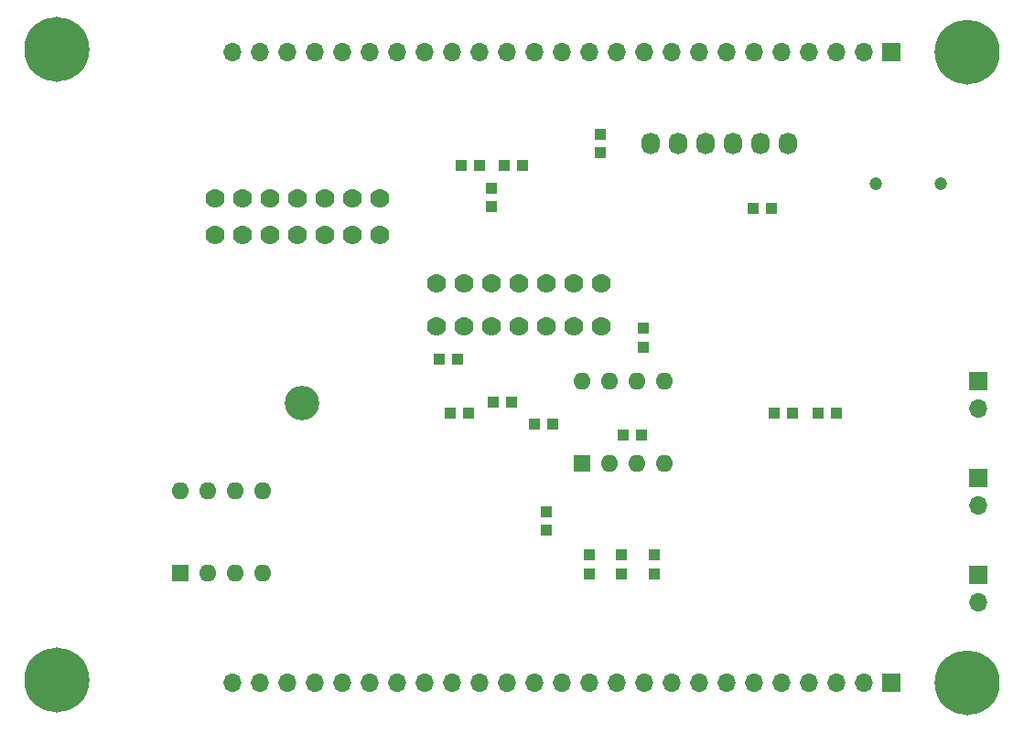
<source format=gbr>
%TF.GenerationSoftware,KiCad,Pcbnew,8.0.2*%
%TF.CreationDate,2024-09-30T18:20:34+03:00*%
%TF.ProjectId,board,626f6172-642e-46b6-9963-61645f706362,rev?*%
%TF.SameCoordinates,Original*%
%TF.FileFunction,Soldermask,Bot*%
%TF.FilePolarity,Negative*%
%FSLAX46Y46*%
G04 Gerber Fmt 4.6, Leading zero omitted, Abs format (unit mm)*
G04 Created by KiCad (PCBNEW 8.0.2) date 2024-09-30 18:20:34*
%MOMM*%
%LPD*%
G01*
G04 APERTURE LIST*
%ADD10C,3.200000*%
%ADD11C,1.500000*%
%ADD12C,6.000000*%
%ADD13R,1.700000X1.700000*%
%ADD14O,1.700000X1.700000*%
%ADD15C,1.200000*%
%ADD16C,1.778000*%
%ADD17R,1.600000X1.600000*%
%ADD18O,1.600000X1.600000*%
%ADD19O,1.727200X2.032000*%
%ADD20R,1.000000X1.000000*%
G04 APERTURE END LIST*
D10*
%TO.C,H1*%
X124405142Y-86040000D03*
%TD*%
D11*
%TO.C,J4*%
X183712184Y-53577958D03*
X184382184Y-51967958D03*
X184382184Y-55187958D03*
X185962184Y-51327958D03*
D12*
X185962184Y-53577958D03*
D11*
X185962184Y-55827958D03*
X187532184Y-51967958D03*
X187532184Y-55187958D03*
X188212184Y-53577958D03*
%TD*%
D13*
%TO.C,J6*%
X187000000Y-93000000D03*
D14*
X187000000Y-95540000D03*
%TD*%
D15*
%TO.C,J5*%
X183500000Y-65750000D03*
X177500000Y-65750000D03*
%TD*%
D11*
%TO.C,J3*%
X183710142Y-112000000D03*
X184380142Y-110390000D03*
X184380142Y-113610000D03*
X185960142Y-109750000D03*
D12*
X185960142Y-112000000D03*
D11*
X185960142Y-114250000D03*
X187530142Y-110390000D03*
X187530142Y-113610000D03*
X188210142Y-112000000D03*
%TD*%
D16*
%TO.C,U3*%
X136840000Y-75000000D03*
X139380000Y-75000000D03*
X141920000Y-75000000D03*
X144460000Y-75000000D03*
X147000000Y-75000000D03*
X149540000Y-75000000D03*
X152080000Y-75000000D03*
%TD*%
D11*
%TO.C,J5*%
X99500142Y-111710000D03*
X100170142Y-110100000D03*
X100170142Y-113320000D03*
X101750142Y-109460000D03*
D12*
X101750142Y-111710000D03*
D11*
X101750142Y-113960000D03*
X103320142Y-110100000D03*
X103320142Y-113320000D03*
X104000142Y-111710000D03*
%TD*%
D13*
%TO.C,J8*%
X187000000Y-84000000D03*
D14*
X187000000Y-86540000D03*
%TD*%
D13*
%TO.C,J7*%
X187000000Y-102000000D03*
D14*
X187000000Y-104540000D03*
%TD*%
D17*
%TO.C,U13*%
X150380000Y-91620000D03*
D18*
X152920000Y-91620000D03*
X155460000Y-91620000D03*
X158000000Y-91620000D03*
X158000000Y-84000000D03*
X155460000Y-84000000D03*
X152920000Y-84000000D03*
X150380000Y-84000000D03*
%TD*%
D16*
%TO.C,U2*%
X116380000Y-67080000D03*
X118920000Y-67080000D03*
X121460000Y-67080000D03*
X124000000Y-67080000D03*
X126540000Y-67080000D03*
X129080000Y-67080000D03*
X131620000Y-67080000D03*
%TD*%
D19*
%TO.C,U12*%
X169350000Y-62031000D03*
X166810000Y-62031000D03*
X164270000Y-62031000D03*
X161730000Y-62031000D03*
X159190000Y-62031000D03*
X156650000Y-62031000D03*
%TD*%
D17*
%TO.C,U11*%
X113200000Y-101810000D03*
D18*
X115740000Y-101810000D03*
X118280000Y-101810000D03*
X120820000Y-101810000D03*
X120820000Y-94190000D03*
X118280000Y-94190000D03*
X115740000Y-94190000D03*
X113200000Y-94190000D03*
%TD*%
D20*
%TO.C,C18*%
X154000000Y-101850000D03*
X154000000Y-100150000D03*
%TD*%
%TO.C,C17*%
X138850000Y-82000000D03*
X137150000Y-82000000D03*
%TD*%
%TO.C,C9*%
X143150000Y-64000000D03*
X144850000Y-64000000D03*
%TD*%
%TO.C,C14*%
X152000000Y-62850000D03*
X152000000Y-61150000D03*
%TD*%
%TO.C,C7*%
X156000000Y-80850000D03*
X156000000Y-79150000D03*
%TD*%
%TO.C,C11*%
X157000000Y-100150000D03*
X157000000Y-101850000D03*
%TD*%
%TO.C,C21*%
X155850000Y-89000000D03*
X154150000Y-89000000D03*
%TD*%
D13*
%TO.C,J1*%
X178975142Y-112000000D03*
D14*
X176435142Y-112000000D03*
X173895142Y-112000000D03*
X171355142Y-112000000D03*
X168815142Y-112000000D03*
X166275142Y-112000000D03*
X163735142Y-112000000D03*
X161195142Y-112000000D03*
X158655142Y-112000000D03*
X156115142Y-112000000D03*
X153575142Y-112000000D03*
X151035142Y-112000000D03*
X148495142Y-112000000D03*
X145955142Y-112000000D03*
X143415142Y-112000000D03*
X140875142Y-112000000D03*
X138335142Y-112000000D03*
X135795142Y-112000000D03*
X133255142Y-112000000D03*
X130715142Y-112000000D03*
X128175142Y-112000000D03*
X125635142Y-112000000D03*
X123095142Y-112000000D03*
X120555142Y-112000000D03*
X118015142Y-112000000D03*
%TD*%
D20*
%TO.C,C1*%
X166150000Y-68000000D03*
X167850000Y-68000000D03*
%TD*%
%TO.C,R11*%
X139850000Y-87000000D03*
X138150000Y-87000000D03*
%TD*%
D16*
%TO.C,U5*%
X136880000Y-78920000D03*
X139420000Y-78920000D03*
X141960000Y-78920000D03*
X144500000Y-78920000D03*
X147040000Y-78920000D03*
X149580000Y-78920000D03*
X152120000Y-78920000D03*
%TD*%
D20*
%TO.C,R15*%
X147665000Y-88000000D03*
X145965000Y-88000000D03*
%TD*%
%TO.C,C16*%
X172150000Y-87000000D03*
X173850000Y-87000000D03*
%TD*%
%TO.C,C12*%
X169850000Y-87000000D03*
X168150000Y-87000000D03*
%TD*%
%TO.C,C23*%
X142000000Y-67850000D03*
X142000000Y-66150000D03*
%TD*%
D11*
%TO.C,J2*%
X104000142Y-53290000D03*
X103330142Y-54900000D03*
X103330142Y-51680000D03*
X101750142Y-55540000D03*
D12*
X101750142Y-53290000D03*
D11*
X101750142Y-51040000D03*
X100180142Y-54900000D03*
X100180142Y-51680000D03*
X99500142Y-53290000D03*
%TD*%
D20*
%TO.C,C20*%
X140850000Y-64000000D03*
X139150000Y-64000000D03*
%TD*%
%TO.C,C10*%
X151000000Y-100150000D03*
X151000000Y-101850000D03*
%TD*%
%TO.C,R13*%
X147000000Y-97850000D03*
X147000000Y-96150000D03*
%TD*%
%TO.C,C19*%
X142150000Y-86000000D03*
X143850000Y-86000000D03*
%TD*%
D13*
%TO.C,J2*%
X178975142Y-53580000D03*
D14*
X176435142Y-53580000D03*
X173895142Y-53580000D03*
X171355142Y-53580000D03*
X168815142Y-53580000D03*
X166275142Y-53580000D03*
X163735142Y-53580000D03*
X161195142Y-53580000D03*
X158655142Y-53580000D03*
X156115142Y-53580000D03*
X153575142Y-53580000D03*
X151035142Y-53580000D03*
X148495142Y-53580000D03*
X145955142Y-53580000D03*
X143415142Y-53580000D03*
X140875142Y-53580000D03*
X138335142Y-53580000D03*
X135795142Y-53580000D03*
X133255142Y-53580000D03*
X130715142Y-53580000D03*
X128175142Y-53580000D03*
X125635142Y-53580000D03*
X123095142Y-53580000D03*
X120555142Y-53580000D03*
X118015142Y-53580000D03*
%TD*%
D16*
%TO.C,U4*%
X116420000Y-70500000D03*
X118960000Y-70500000D03*
X121500000Y-70500000D03*
X124040000Y-70500000D03*
X126580000Y-70500000D03*
X129120000Y-70500000D03*
X131660000Y-70500000D03*
%TD*%
M02*

</source>
